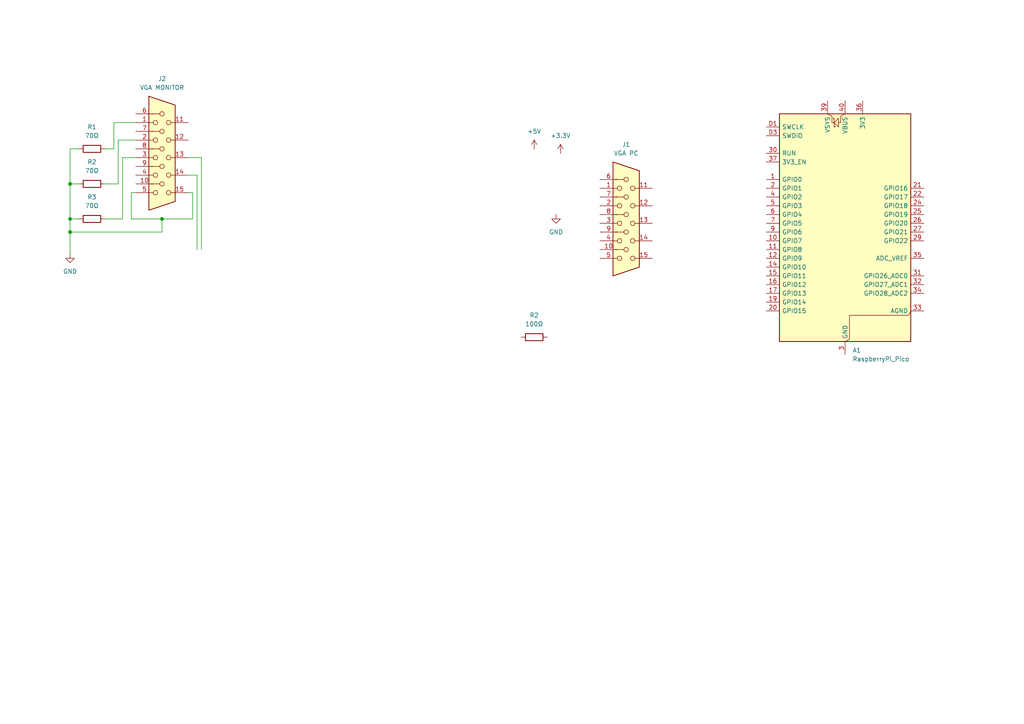
<source format=kicad_sch>
(kicad_sch
	(version 20250114)
	(generator "eeschema")
	(generator_version "9.0")
	(uuid "5e028027-b295-4796-84b6-228472a63feb")
	(paper "A4")
	(lib_symbols
		(symbol "Connector:DE15_Socket_HighDensity"
			(pin_names
				(offset 1.016)
				(hide yes)
			)
			(exclude_from_sim no)
			(in_bom yes)
			(on_board yes)
			(property "Reference" "J"
				(at 0 21.59 0)
				(effects
					(font
						(size 1.27 1.27)
					)
				)
			)
			(property "Value" "DE15_Socket_HighDensity"
				(at 0 19.05 0)
				(effects
					(font
						(size 1.27 1.27)
					)
				)
			)
			(property "Footprint" ""
				(at -24.13 10.16 0)
				(effects
					(font
						(size 1.27 1.27)
					)
					(hide yes)
				)
			)
			(property "Datasheet" "~"
				(at -24.13 10.16 0)
				(effects
					(font
						(size 1.27 1.27)
					)
					(hide yes)
				)
			)
			(property "Description" "15-pin D-SUB connector, socket (female), High density (3 columns), Triple Row, Generic, VGA-connector"
				(at 0 0 0)
				(effects
					(font
						(size 1.27 1.27)
					)
					(hide yes)
				)
			)
			(property "ki_keywords" "DSUB VGA"
				(at 0 0 0)
				(effects
					(font
						(size 1.27 1.27)
					)
					(hide yes)
				)
			)
			(property "ki_fp_filters" "DSUB*Socket*"
				(at 0 0 0)
				(effects
					(font
						(size 1.27 1.27)
					)
					(hide yes)
				)
			)
			(symbol "DE15_Socket_HighDensity_0_1"
				(polyline
					(pts
						(xy -3.81 17.78) (xy -3.81 -15.24) (xy 3.81 -12.7) (xy 3.81 15.24) (xy -3.81 17.78)
					)
					(stroke
						(width 0.254)
						(type default)
					)
					(fill
						(type background)
					)
				)
				(polyline
					(pts
						(xy -3.175 7.62) (xy -0.635 7.62)
					)
					(stroke
						(width 0)
						(type default)
					)
					(fill
						(type none)
					)
				)
				(circle
					(center -1.905 10.16)
					(radius 0.635)
					(stroke
						(width 0)
						(type default)
					)
					(fill
						(type none)
					)
				)
				(circle
					(center -1.905 5.08)
					(radius 0.635)
					(stroke
						(width 0)
						(type default)
					)
					(fill
						(type none)
					)
				)
				(circle
					(center -1.905 0)
					(radius 0.635)
					(stroke
						(width 0)
						(type default)
					)
					(fill
						(type none)
					)
				)
				(circle
					(center -1.905 -5.08)
					(radius 0.635)
					(stroke
						(width 0)
						(type default)
					)
					(fill
						(type none)
					)
				)
				(circle
					(center -1.905 -10.16)
					(radius 0.635)
					(stroke
						(width 0)
						(type default)
					)
					(fill
						(type none)
					)
				)
				(polyline
					(pts
						(xy -0.635 12.7) (xy -3.175 12.7)
					)
					(stroke
						(width 0)
						(type default)
					)
					(fill
						(type none)
					)
				)
				(polyline
					(pts
						(xy -0.635 2.54) (xy -3.175 2.54)
					)
					(stroke
						(width 0)
						(type default)
					)
					(fill
						(type none)
					)
				)
				(polyline
					(pts
						(xy -0.635 -2.54) (xy -3.175 -2.54)
					)
					(stroke
						(width 0)
						(type default)
					)
					(fill
						(type none)
					)
				)
				(polyline
					(pts
						(xy -0.635 -7.62) (xy -3.175 -7.62)
					)
					(stroke
						(width 0)
						(type default)
					)
					(fill
						(type none)
					)
				)
				(circle
					(center 0 12.7)
					(radius 0.635)
					(stroke
						(width 0)
						(type default)
					)
					(fill
						(type none)
					)
				)
				(circle
					(center 0 7.62)
					(radius 0.635)
					(stroke
						(width 0)
						(type default)
					)
					(fill
						(type none)
					)
				)
				(circle
					(center 0 2.54)
					(radius 0.635)
					(stroke
						(width 0)
						(type default)
					)
					(fill
						(type none)
					)
				)
				(circle
					(center 0 -2.54)
					(radius 0.635)
					(stroke
						(width 0)
						(type default)
					)
					(fill
						(type none)
					)
				)
				(circle
					(center 0 -7.62)
					(radius 0.635)
					(stroke
						(width 0)
						(type default)
					)
					(fill
						(type none)
					)
				)
				(circle
					(center 1.905 10.16)
					(radius 0.635)
					(stroke
						(width 0)
						(type default)
					)
					(fill
						(type none)
					)
				)
				(circle
					(center 1.905 5.08)
					(radius 0.635)
					(stroke
						(width 0)
						(type default)
					)
					(fill
						(type none)
					)
				)
				(circle
					(center 1.905 0)
					(radius 0.635)
					(stroke
						(width 0)
						(type default)
					)
					(fill
						(type none)
					)
				)
				(circle
					(center 1.905 -5.08)
					(radius 0.635)
					(stroke
						(width 0)
						(type default)
					)
					(fill
						(type none)
					)
				)
				(circle
					(center 1.905 -10.16)
					(radius 0.635)
					(stroke
						(width 0)
						(type default)
					)
					(fill
						(type none)
					)
				)
			)
			(symbol "DE15_Socket_HighDensity_1_1"
				(pin passive line
					(at -7.62 12.7 0)
					(length 5.08)
					(name "~"
						(effects
							(font
								(size 1.27 1.27)
							)
						)
					)
					(number "6"
						(effects
							(font
								(size 1.27 1.27)
							)
						)
					)
				)
				(pin passive line
					(at -7.62 10.16 0)
					(length 5.08)
					(name "~"
						(effects
							(font
								(size 1.27 1.27)
							)
						)
					)
					(number "1"
						(effects
							(font
								(size 1.27 1.27)
							)
						)
					)
				)
				(pin passive line
					(at -7.62 7.62 0)
					(length 5.08)
					(name "~"
						(effects
							(font
								(size 1.27 1.27)
							)
						)
					)
					(number "7"
						(effects
							(font
								(size 1.27 1.27)
							)
						)
					)
				)
				(pin passive line
					(at -7.62 5.08 0)
					(length 5.08)
					(name "~"
						(effects
							(font
								(size 1.27 1.27)
							)
						)
					)
					(number "2"
						(effects
							(font
								(size 1.27 1.27)
							)
						)
					)
				)
				(pin passive line
					(at -7.62 2.54 0)
					(length 5.08)
					(name "~"
						(effects
							(font
								(size 1.27 1.27)
							)
						)
					)
					(number "8"
						(effects
							(font
								(size 1.27 1.27)
							)
						)
					)
				)
				(pin passive line
					(at -7.62 0 0)
					(length 5.08)
					(name "~"
						(effects
							(font
								(size 1.27 1.27)
							)
						)
					)
					(number "3"
						(effects
							(font
								(size 1.27 1.27)
							)
						)
					)
				)
				(pin passive line
					(at -7.62 -2.54 0)
					(length 5.08)
					(name "~"
						(effects
							(font
								(size 1.27 1.27)
							)
						)
					)
					(number "9"
						(effects
							(font
								(size 1.27 1.27)
							)
						)
					)
				)
				(pin passive line
					(at -7.62 -5.08 0)
					(length 5.08)
					(name "~"
						(effects
							(font
								(size 1.27 1.27)
							)
						)
					)
					(number "4"
						(effects
							(font
								(size 1.27 1.27)
							)
						)
					)
				)
				(pin passive line
					(at -7.62 -7.62 0)
					(length 5.08)
					(name "~"
						(effects
							(font
								(size 1.27 1.27)
							)
						)
					)
					(number "10"
						(effects
							(font
								(size 1.27 1.27)
							)
						)
					)
				)
				(pin passive line
					(at -7.62 -10.16 0)
					(length 5.08)
					(name "~"
						(effects
							(font
								(size 1.27 1.27)
							)
						)
					)
					(number "5"
						(effects
							(font
								(size 1.27 1.27)
							)
						)
					)
				)
				(pin passive line
					(at 7.62 10.16 180)
					(length 5.08)
					(name "~"
						(effects
							(font
								(size 1.27 1.27)
							)
						)
					)
					(number "11"
						(effects
							(font
								(size 1.27 1.27)
							)
						)
					)
				)
				(pin passive line
					(at 7.62 5.08 180)
					(length 5.08)
					(name "~"
						(effects
							(font
								(size 1.27 1.27)
							)
						)
					)
					(number "12"
						(effects
							(font
								(size 1.27 1.27)
							)
						)
					)
				)
				(pin passive line
					(at 7.62 0 180)
					(length 5.08)
					(name "~"
						(effects
							(font
								(size 1.27 1.27)
							)
						)
					)
					(number "13"
						(effects
							(font
								(size 1.27 1.27)
							)
						)
					)
				)
				(pin passive line
					(at 7.62 -5.08 180)
					(length 5.08)
					(name "~"
						(effects
							(font
								(size 1.27 1.27)
							)
						)
					)
					(number "14"
						(effects
							(font
								(size 1.27 1.27)
							)
						)
					)
				)
				(pin passive line
					(at 7.62 -10.16 180)
					(length 5.08)
					(name "~"
						(effects
							(font
								(size 1.27 1.27)
							)
						)
					)
					(number "15"
						(effects
							(font
								(size 1.27 1.27)
							)
						)
					)
				)
			)
			(embedded_fonts no)
		)
		(symbol "Device:R"
			(pin_numbers
				(hide yes)
			)
			(pin_names
				(offset 0)
			)
			(exclude_from_sim no)
			(in_bom yes)
			(on_board yes)
			(property "Reference" "R"
				(at 2.032 0 90)
				(effects
					(font
						(size 1.27 1.27)
					)
				)
			)
			(property "Value" "R"
				(at 0 0 90)
				(effects
					(font
						(size 1.27 1.27)
					)
				)
			)
			(property "Footprint" ""
				(at -1.778 0 90)
				(effects
					(font
						(size 1.27 1.27)
					)
					(hide yes)
				)
			)
			(property "Datasheet" "~"
				(at 0 0 0)
				(effects
					(font
						(size 1.27 1.27)
					)
					(hide yes)
				)
			)
			(property "Description" "Resistor"
				(at 0 0 0)
				(effects
					(font
						(size 1.27 1.27)
					)
					(hide yes)
				)
			)
			(property "ki_keywords" "R res resistor"
				(at 0 0 0)
				(effects
					(font
						(size 1.27 1.27)
					)
					(hide yes)
				)
			)
			(property "ki_fp_filters" "R_*"
				(at 0 0 0)
				(effects
					(font
						(size 1.27 1.27)
					)
					(hide yes)
				)
			)
			(symbol "R_0_1"
				(rectangle
					(start -1.016 -2.54)
					(end 1.016 2.54)
					(stroke
						(width 0.254)
						(type default)
					)
					(fill
						(type none)
					)
				)
			)
			(symbol "R_1_1"
				(pin passive line
					(at 0 3.81 270)
					(length 1.27)
					(name "~"
						(effects
							(font
								(size 1.27 1.27)
							)
						)
					)
					(number "1"
						(effects
							(font
								(size 1.27 1.27)
							)
						)
					)
				)
				(pin passive line
					(at 0 -3.81 90)
					(length 1.27)
					(name "~"
						(effects
							(font
								(size 1.27 1.27)
							)
						)
					)
					(number "2"
						(effects
							(font
								(size 1.27 1.27)
							)
						)
					)
				)
			)
			(embedded_fonts no)
		)
		(symbol "MCU_Module:RaspberryPi_Pico_Debug"
			(pin_names
				(offset 0.762)
			)
			(exclude_from_sim no)
			(in_bom yes)
			(on_board yes)
			(property "Reference" "A"
				(at -19.05 35.56 0)
				(effects
					(font
						(size 1.27 1.27)
					)
					(justify left)
				)
			)
			(property "Value" "RaspberryPi_Pico"
				(at 7.62 35.56 0)
				(effects
					(font
						(size 1.27 1.27)
					)
					(justify left)
				)
			)
			(property "Footprint" "Module:RaspberryPi_Pico_SMD_HandSolder"
				(at 0 -46.99 0)
				(effects
					(font
						(size 1.27 1.27)
					)
					(hide yes)
				)
			)
			(property "Datasheet" "https://datasheets.raspberrypi.com/pico/pico-datasheet.pdf"
				(at 0 -49.53 0)
				(effects
					(font
						(size 1.27 1.27)
					)
					(hide yes)
				)
			)
			(property "Description" "Versatile and inexpensive microcontroller module (with debug pins) powered by RP2040 dual-core Arm Cortex-M0+ processor up to 133 MHz, 264kB SRAM, 2MB QSPI flash; also supports Raspberry Pi Pico 2"
				(at 0 -52.07 0)
				(effects
					(font
						(size 1.27 1.27)
					)
					(hide yes)
				)
			)
			(property "ki_keywords" "RP2350A M33 RISC-V Hazard3 usb swd"
				(at 0 0 0)
				(effects
					(font
						(size 1.27 1.27)
					)
					(hide yes)
				)
			)
			(property "ki_fp_filters" "RaspberryPi?Pico?SMD*"
				(at 0 0 0)
				(effects
					(font
						(size 1.27 1.27)
					)
					(hide yes)
				)
			)
			(symbol "RaspberryPi_Pico_Debug_0_1"
				(rectangle
					(start -19.05 34.29)
					(end 19.05 -31.75)
					(stroke
						(width 0.254)
						(type default)
					)
					(fill
						(type background)
					)
				)
				(polyline
					(pts
						(xy -5.08 34.29) (xy -3.81 33.655) (xy -3.81 31.75) (xy -3.175 31.75)
					)
					(stroke
						(width 0)
						(type default)
					)
					(fill
						(type none)
					)
				)
				(polyline
					(pts
						(xy -3.429 32.766) (xy -3.429 33.02) (xy -3.175 33.02) (xy -3.175 30.48) (xy -2.921 30.48) (xy -2.921 30.734)
					)
					(stroke
						(width 0)
						(type default)
					)
					(fill
						(type none)
					)
				)
				(polyline
					(pts
						(xy -3.175 31.75) (xy -1.905 33.02) (xy -1.905 30.48) (xy -3.175 31.75)
					)
					(stroke
						(width 0)
						(type default)
					)
					(fill
						(type none)
					)
				)
				(polyline
					(pts
						(xy 0 34.29) (xy -1.27 33.655) (xy -1.27 31.75) (xy -1.905 31.75)
					)
					(stroke
						(width 0)
						(type default)
					)
					(fill
						(type none)
					)
				)
				(polyline
					(pts
						(xy 0 -31.75) (xy 1.27 -31.115) (xy 1.27 -24.13) (xy 18.415 -24.13) (xy 19.05 -22.86)
					)
					(stroke
						(width 0)
						(type default)
					)
					(fill
						(type none)
					)
				)
			)
			(symbol "RaspberryPi_Pico_Debug_1_1"
				(pin input line
					(at -22.86 30.48 0)
					(length 3.81)
					(name "SWCLK"
						(effects
							(font
								(size 1.27 1.27)
							)
						)
					)
					(number "D1"
						(effects
							(font
								(size 1.27 1.27)
							)
						)
					)
				)
				(pin bidirectional line
					(at -22.86 27.94 0)
					(length 3.81)
					(name "SWDIO"
						(effects
							(font
								(size 1.27 1.27)
							)
						)
					)
					(number "D3"
						(effects
							(font
								(size 1.27 1.27)
							)
						)
					)
				)
				(pin passive line
					(at -22.86 22.86 0)
					(length 3.81)
					(name "RUN"
						(effects
							(font
								(size 1.27 1.27)
							)
						)
					)
					(number "30"
						(effects
							(font
								(size 1.27 1.27)
							)
						)
					)
					(alternate "~{RESET}" passive line)
				)
				(pin passive line
					(at -22.86 20.32 0)
					(length 3.81)
					(name "3V3_EN"
						(effects
							(font
								(size 1.27 1.27)
							)
						)
					)
					(number "37"
						(effects
							(font
								(size 1.27 1.27)
							)
						)
					)
					(alternate "~{3V3_DISABLE}" passive line)
				)
				(pin bidirectional line
					(at -22.86 15.24 0)
					(length 3.81)
					(name "GPIO0"
						(effects
							(font
								(size 1.27 1.27)
							)
						)
					)
					(number "1"
						(effects
							(font
								(size 1.27 1.27)
							)
						)
					)
					(alternate "I2C0_SDA" bidirectional line)
					(alternate "PWM0_A" output line)
					(alternate "SPI0_RX" input line)
					(alternate "UART0_TX" output line)
					(alternate "USB_OVCUR_DET" input line)
				)
				(pin bidirectional line
					(at -22.86 12.7 0)
					(length 3.81)
					(name "GPIO1"
						(effects
							(font
								(size 1.27 1.27)
							)
						)
					)
					(number "2"
						(effects
							(font
								(size 1.27 1.27)
							)
						)
					)
					(alternate "I2C0_SCL" bidirectional clock)
					(alternate "PWM0_B" bidirectional line)
					(alternate "UART0_RX" input line)
					(alternate "USB_VBUS_DET" passive line)
					(alternate "~{SPI0_CSn}" bidirectional line)
				)
				(pin bidirectional line
					(at -22.86 10.16 0)
					(length 3.81)
					(name "GPIO2"
						(effects
							(font
								(size 1.27 1.27)
							)
						)
					)
					(number "4"
						(effects
							(font
								(size 1.27 1.27)
							)
						)
					)
					(alternate "I2C1_SDA" bidirectional line)
					(alternate "PWM1_A" output line)
					(alternate "SPI0_SCK" bidirectional clock)
					(alternate "UART0_CTS" input line)
					(alternate "USB_VBUS_EN" output line)
				)
				(pin bidirectional line
					(at -22.86 7.62 0)
					(length 3.81)
					(name "GPIO3"
						(effects
							(font
								(size 1.27 1.27)
							)
						)
					)
					(number "5"
						(effects
							(font
								(size 1.27 1.27)
							)
						)
					)
					(alternate "I2C1_SCL" bidirectional clock)
					(alternate "PWM1_B" bidirectional line)
					(alternate "SPI0_TX" output line)
					(alternate "UART0_RTS" output line)
					(alternate "USB_OVCUR_DET" input line)
				)
				(pin bidirectional line
					(at -22.86 5.08 0)
					(length 3.81)
					(name "GPIO4"
						(effects
							(font
								(size 1.27 1.27)
							)
						)
					)
					(number "6"
						(effects
							(font
								(size 1.27 1.27)
							)
						)
					)
					(alternate "I2C0_SDA" bidirectional line)
					(alternate "PWM2_A" output line)
					(alternate "SPI0_RX" input line)
					(alternate "UART1_TX" output line)
					(alternate "USB_VBUS_DET" input line)
				)
				(pin bidirectional line
					(at -22.86 2.54 0)
					(length 3.81)
					(name "GPIO5"
						(effects
							(font
								(size 1.27 1.27)
							)
						)
					)
					(number "7"
						(effects
							(font
								(size 1.27 1.27)
							)
						)
					)
					(alternate "I2C0_SCL" bidirectional clock)
					(alternate "PWM2_B" bidirectional line)
					(alternate "UART1_RX" input line)
					(alternate "USB_VBUS_EN" output line)
					(alternate "~{SPI0_CSn}" bidirectional line)
				)
				(pin bidirectional line
					(at -22.86 0 0)
					(length 3.81)
					(name "GPIO6"
						(effects
							(font
								(size 1.27 1.27)
							)
						)
					)
					(number "9"
						(effects
							(font
								(size 1.27 1.27)
							)
						)
					)
					(alternate "I2C1_SDA" bidirectional line)
					(alternate "PWM3_A" output line)
					(alternate "SPI0_SCK" bidirectional clock)
					(alternate "UART1_CTS" input line)
					(alternate "USB_OVCUR_DET" input line)
				)
				(pin bidirectional line
					(at -22.86 -2.54 0)
					(length 3.81)
					(name "GPIO7"
						(effects
							(font
								(size 1.27 1.27)
							)
						)
					)
					(number "10"
						(effects
							(font
								(size 1.27 1.27)
							)
						)
					)
					(alternate "I2C1_SCL" bidirectional clock)
					(alternate "PWM3_B" bidirectional line)
					(alternate "SPI0_TX" output line)
					(alternate "UART1_RTS" output line)
					(alternate "USB_VBUS_DET" input line)
				)
				(pin bidirectional line
					(at -22.86 -5.08 0)
					(length 3.81)
					(name "GPIO8"
						(effects
							(font
								(size 1.27 1.27)
							)
						)
					)
					(number "11"
						(effects
							(font
								(size 1.27 1.27)
							)
						)
					)
					(alternate "I2C0_SDA" bidirectional line)
					(alternate "PWM4_A" output line)
					(alternate "SPI1_RX" input line)
					(alternate "UART1_TX" output line)
					(alternate "USB_VBUS_EN" output line)
				)
				(pin bidirectional line
					(at -22.86 -7.62 0)
					(length 3.81)
					(name "GPIO9"
						(effects
							(font
								(size 1.27 1.27)
							)
						)
					)
					(number "12"
						(effects
							(font
								(size 1.27 1.27)
							)
						)
					)
					(alternate "I2C0_SCL" bidirectional clock)
					(alternate "PWM4_B" bidirectional line)
					(alternate "UART1_RX" input line)
					(alternate "USB_OVCUR_DET" input line)
					(alternate "~{SPI1_CSn}" bidirectional line)
				)
				(pin bidirectional line
					(at -22.86 -10.16 0)
					(length 3.81)
					(name "GPIO10"
						(effects
							(font
								(size 1.27 1.27)
							)
						)
					)
					(number "14"
						(effects
							(font
								(size 1.27 1.27)
							)
						)
					)
					(alternate "I2C1_SDA" bidirectional line)
					(alternate "PWM5_A" output line)
					(alternate "SPI1_SCK" bidirectional clock)
					(alternate "UART1_CTS" input line)
					(alternate "USB_VBUS_DET" input line)
				)
				(pin bidirectional line
					(at -22.86 -12.7 0)
					(length 3.81)
					(name "GPIO11"
						(effects
							(font
								(size 1.27 1.27)
							)
						)
					)
					(number "15"
						(effects
							(font
								(size 1.27 1.27)
							)
						)
					)
					(alternate "I2C1_SCL" bidirectional clock)
					(alternate "PWM5_B" bidirectional line)
					(alternate "SPI1_TX" output line)
					(alternate "UART1_RTS" output line)
					(alternate "USB_VBUS_EN" output line)
				)
				(pin bidirectional line
					(at -22.86 -15.24 0)
					(length 3.81)
					(name "GPIO12"
						(effects
							(font
								(size 1.27 1.27)
							)
						)
					)
					(number "16"
						(effects
							(font
								(size 1.27 1.27)
							)
						)
					)
					(alternate "I2C0_SDA" bidirectional line)
					(alternate "PWM6_A" output line)
					(alternate "SPI1_RX" input line)
					(alternate "UART0_TX" output line)
					(alternate "USB_OVCUR_DET" input line)
				)
				(pin bidirectional line
					(at -22.86 -17.78 0)
					(length 3.81)
					(name "GPIO13"
						(effects
							(font
								(size 1.27 1.27)
							)
						)
					)
					(number "17"
						(effects
							(font
								(size 1.27 1.27)
							)
						)
					)
					(alternate "I2C0_SCL" bidirectional clock)
					(alternate "PWM6_B" bidirectional line)
					(alternate "UART0_RX" input line)
					(alternate "USB_VBUS_DET" input line)
					(alternate "~{SPI1_CSn}" bidirectional line)
				)
				(pin bidirectional line
					(at -22.86 -20.32 0)
					(length 3.81)
					(name "GPIO14"
						(effects
							(font
								(size 1.27 1.27)
							)
						)
					)
					(number "19"
						(effects
							(font
								(size 1.27 1.27)
							)
						)
					)
					(alternate "I2C1_SDA" bidirectional line)
					(alternate "PWM7_A" output line)
					(alternate "SPI1_SCK" bidirectional clock)
					(alternate "UART0_CTS" input line)
					(alternate "USB_VBUS_EN" output line)
				)
				(pin bidirectional line
					(at -22.86 -22.86 0)
					(length 3.81)
					(name "GPIO15"
						(effects
							(font
								(size 1.27 1.27)
							)
						)
					)
					(number "20"
						(effects
							(font
								(size 1.27 1.27)
							)
						)
					)
					(alternate "I2C1_SCL" bidirectional clock)
					(alternate "PWM7_B" bidirectional line)
					(alternate "SPI1_TX" output line)
					(alternate "UART0_RTS" output line)
					(alternate "USB_OVCUR_DET" input line)
				)
				(pin power_in line
					(at -5.08 38.1 270)
					(length 3.81)
					(name "VSYS"
						(effects
							(font
								(size 1.27 1.27)
							)
						)
					)
					(number "39"
						(effects
							(font
								(size 1.27 1.27)
							)
						)
					)
					(alternate "VSYS_OUT" power_out line)
				)
				(pin power_out line
					(at 0 38.1 270)
					(length 3.81)
					(name "VBUS"
						(effects
							(font
								(size 1.27 1.27)
							)
						)
					)
					(number "40"
						(effects
							(font
								(size 1.27 1.27)
							)
						)
					)
					(alternate "VBUS_IN" power_in line)
				)
				(pin passive line
					(at 0 -35.56 90)
					(length 3.81)
					(hide yes)
					(name "GND"
						(effects
							(font
								(size 1.27 1.27)
							)
						)
					)
					(number "13"
						(effects
							(font
								(size 1.27 1.27)
							)
						)
					)
				)
				(pin passive line
					(at 0 -35.56 90)
					(length 3.81)
					(hide yes)
					(name "GND"
						(effects
							(font
								(size 1.27 1.27)
							)
						)
					)
					(number "18"
						(effects
							(font
								(size 1.27 1.27)
							)
						)
					)
				)
				(pin passive line
					(at 0 -35.56 90)
					(length 3.81)
					(hide yes)
					(name "GND"
						(effects
							(font
								(size 1.27 1.27)
							)
						)
					)
					(number "23"
						(effects
							(font
								(size 1.27 1.27)
							)
						)
					)
				)
				(pin passive line
					(at 0 -35.56 90)
					(length 3.81)
					(hide yes)
					(name "GND"
						(effects
							(font
								(size 1.27 1.27)
							)
						)
					)
					(number "28"
						(effects
							(font
								(size 1.27 1.27)
							)
						)
					)
				)
				(pin power_out line
					(at 0 -35.56 90)
					(length 3.81)
					(name "GND"
						(effects
							(font
								(size 1.27 1.27)
							)
						)
					)
					(number "3"
						(effects
							(font
								(size 1.27 1.27)
							)
						)
					)
					(alternate "GND_IN" power_in line)
				)
				(pin passive line
					(at 0 -35.56 90)
					(length 3.81)
					(hide yes)
					(name "GND"
						(effects
							(font
								(size 1.27 1.27)
							)
						)
					)
					(number "38"
						(effects
							(font
								(size 1.27 1.27)
							)
						)
					)
				)
				(pin passive line
					(at 0 -35.56 90)
					(length 3.81)
					(hide yes)
					(name "GND"
						(effects
							(font
								(size 1.27 1.27)
							)
						)
					)
					(number "8"
						(effects
							(font
								(size 1.27 1.27)
							)
						)
					)
				)
				(pin passive line
					(at 0 -35.56 90)
					(length 3.81)
					(hide yes)
					(name "GND"
						(effects
							(font
								(size 1.27 1.27)
							)
						)
					)
					(number "D2"
						(effects
							(font
								(size 1.27 1.27)
							)
						)
					)
				)
				(pin power_out line
					(at 5.08 38.1 270)
					(length 3.81)
					(name "3V3"
						(effects
							(font
								(size 1.27 1.27)
							)
						)
					)
					(number "36"
						(effects
							(font
								(size 1.27 1.27)
							)
						)
					)
				)
				(pin bidirectional line
					(at 22.86 12.7 180)
					(length 3.81)
					(name "GPIO16"
						(effects
							(font
								(size 1.27 1.27)
							)
						)
					)
					(number "21"
						(effects
							(font
								(size 1.27 1.27)
							)
						)
					)
					(alternate "I2C0_SDA" bidirectional line)
					(alternate "PWM0_A" output line)
					(alternate "SPI0_RX" input line)
					(alternate "UART0_TX" output line)
					(alternate "USB_VBUS_DET" input line)
				)
				(pin bidirectional line
					(at 22.86 10.16 180)
					(length 3.81)
					(name "GPIO17"
						(effects
							(font
								(size 1.27 1.27)
							)
						)
					)
					(number "22"
						(effects
							(font
								(size 1.27 1.27)
							)
						)
					)
					(alternate "I2C0_SCL" bidirectional clock)
					(alternate "PWM0_B" bidirectional line)
					(alternate "UART0_RX" input line)
					(alternate "USB_VBUS_EN" output line)
					(alternate "~{SPI0_CSn}" bidirectional line)
				)
				(pin bidirectional line
					(at 22.86 7.62 180)
					(length 3.81)
					(name "GPIO18"
						(effects
							(font
								(size 1.27 1.27)
							)
						)
					)
					(number "24"
						(effects
							(font
								(size 1.27 1.27)
							)
						)
					)
					(alternate "I2C1_SDA" bidirectional line)
					(alternate "PWM1_A" output line)
					(alternate "SPI0_SCK" bidirectional clock)
					(alternate "UART0_CTS" input line)
					(alternate "USB_OVCUR_DET" input line)
				)
				(pin bidirectional line
					(at 22.86 5.08 180)
					(length 3.81)
					(name "GPIO19"
						(effects
							(font
								(size 1.27 1.27)
							)
						)
					)
					(number "25"
						(effects
							(font
								(size 1.27 1.27)
							)
						)
					)
					(alternate "I2C1_SCL" bidirectional clock)
					(alternate "PWM1_B" bidirectional line)
					(alternate "SPI0_TX" output line)
					(alternate "UART0_RTS" output line)
					(alternate "USB_VBUS_DET" input line)
				)
				(pin bidirectional line
					(at 22.86 2.54 180)
					(length 3.81)
					(name "GPIO20"
						(effects
							(font
								(size 1.27 1.27)
							)
						)
					)
					(number "26"
						(effects
							(font
								(size 1.27 1.27)
							)
						)
					)
					(alternate "CLOCK_GPIN0" input clock)
					(alternate "I2C0_SDA" bidirectional line)
					(alternate "PWM2_A" output line)
					(alternate "SPI0_RX" input line)
					(alternate "UART1_TX" output line)
					(alternate "USB_VBUS_EN" output line)
				)
				(pin bidirectional line
					(at 22.86 0 180)
					(length 3.81)
					(name "GPIO21"
						(effects
							(font
								(size 1.27 1.27)
							)
						)
					)
					(number "27"
						(effects
							(font
								(size 1.27 1.27)
							)
						)
					)
					(alternate "CLOCK_GPOUT0" output clock)
					(alternate "I2C0_SCL" bidirectional clock)
					(alternate "PWM2_B" bidirectional line)
					(alternate "UART1_RX" input line)
					(alternate "USB_OVCUR_DET" input line)
					(alternate "~{SPI0_CSn}" bidirectional line)
				)
				(pin bidirectional line
					(at 22.86 -2.54 180)
					(length 3.81)
					(name "GPIO22"
						(effects
							(font
								(size 1.27 1.27)
							)
						)
					)
					(number "29"
						(effects
							(font
								(size 1.27 1.27)
							)
						)
					)
					(alternate "CLOCK_GPIN1" input clock)
					(alternate "I2C1_SDA" bidirectional line)
					(alternate "PWM3_A" output line)
					(alternate "SPI0_SCK" bidirectional clock)
					(alternate "UART1_CTS" input line)
					(alternate "USB_VBUS_DET" input line)
				)
				(pin power_in line
					(at 22.86 -7.62 180)
					(length 3.81)
					(name "ADC_VREF"
						(effects
							(font
								(size 1.27 1.27)
							)
						)
					)
					(number "35"
						(effects
							(font
								(size 1.27 1.27)
							)
						)
					)
				)
				(pin bidirectional line
					(at 22.86 -12.7 180)
					(length 3.81)
					(name "GPIO26_ADC0"
						(effects
							(font
								(size 1.27 1.27)
							)
						)
					)
					(number "31"
						(effects
							(font
								(size 1.27 1.27)
							)
						)
					)
					(alternate "ADC0" input line)
					(alternate "GPIO26" bidirectional line)
					(alternate "I2C1_SDA" bidirectional line)
					(alternate "PWM5_A" output line)
					(alternate "SPI1_SCK" bidirectional clock)
					(alternate "UART1_CTS" input line)
					(alternate "USB_VBUS_EN" output line)
				)
				(pin bidirectional line
					(at 22.86 -15.24 180)
					(length 3.81)
					(name "GPIO27_ADC1"
						(effects
							(font
								(size 1.27 1.27)
							)
						)
					)
					(number "32"
						(effects
							(font
								(size 1.27 1.27)
							)
						)
					)
					(alternate "ADC1" input line)
					(alternate "GPIO27" bidirectional line)
					(alternate "I2C1_SCL" bidirectional clock)
					(alternate "PWM5_B" bidirectional line)
					(alternate "SPI1_TX" output line)
					(alternate "UART1_RTS" output line)
					(alternate "USB_OVCUR_DET" input line)
				)
				(pin bidirectional line
					(at 22.86 -17.78 180)
					(length 3.81)
					(name "GPIO28_ADC2"
						(effects
							(font
								(size 1.27 1.27)
							)
						)
					)
					(number "34"
						(effects
							(font
								(size 1.27 1.27)
							)
						)
					)
					(alternate "ADC2" input line)
					(alternate "GPIO28" bidirectional line)
					(alternate "I2C0_SDA" bidirectional line)
					(alternate "PWM6_A" output line)
					(alternate "SPI1_RX" input line)
					(alternate "UART0_TX" output line)
					(alternate "USB_VBUS_DET" input line)
				)
				(pin power_out line
					(at 22.86 -22.86 180)
					(length 3.81)
					(name "AGND"
						(effects
							(font
								(size 1.27 1.27)
							)
						)
					)
					(number "33"
						(effects
							(font
								(size 1.27 1.27)
							)
						)
					)
					(alternate "GND" passive line)
				)
			)
			(embedded_fonts no)
		)
		(symbol "power:+3.3V"
			(power)
			(pin_numbers
				(hide yes)
			)
			(pin_names
				(offset 0)
				(hide yes)
			)
			(exclude_from_sim no)
			(in_bom yes)
			(on_board yes)
			(property "Reference" "#PWR"
				(at 0 -3.81 0)
				(effects
					(font
						(size 1.27 1.27)
					)
					(hide yes)
				)
			)
			(property "Value" "+3.3V"
				(at 0 3.556 0)
				(effects
					(font
						(size 1.27 1.27)
					)
				)
			)
			(property "Footprint" ""
				(at 0 0 0)
				(effects
					(font
						(size 1.27 1.27)
					)
					(hide yes)
				)
			)
			(property "Datasheet" ""
				(at 0 0 0)
				(effects
					(font
						(size 1.27 1.27)
					)
					(hide yes)
				)
			)
			(property "Description" "Power symbol creates a global label with name \"+3.3V\""
				(at 0 0 0)
				(effects
					(font
						(size 1.27 1.27)
					)
					(hide yes)
				)
			)
			(property "ki_keywords" "global power"
				(at 0 0 0)
				(effects
					(font
						(size 1.27 1.27)
					)
					(hide yes)
				)
			)
			(symbol "+3.3V_0_1"
				(polyline
					(pts
						(xy -0.762 1.27) (xy 0 2.54)
					)
					(stroke
						(width 0)
						(type default)
					)
					(fill
						(type none)
					)
				)
				(polyline
					(pts
						(xy 0 2.54) (xy 0.762 1.27)
					)
					(stroke
						(width 0)
						(type default)
					)
					(fill
						(type none)
					)
				)
				(polyline
					(pts
						(xy 0 0) (xy 0 2.54)
					)
					(stroke
						(width 0)
						(type default)
					)
					(fill
						(type none)
					)
				)
			)
			(symbol "+3.3V_1_1"
				(pin power_in line
					(at 0 0 90)
					(length 0)
					(name "~"
						(effects
							(font
								(size 1.27 1.27)
							)
						)
					)
					(number "1"
						(effects
							(font
								(size 1.27 1.27)
							)
						)
					)
				)
			)
			(embedded_fonts no)
		)
		(symbol "power:+5V"
			(power)
			(pin_numbers
				(hide yes)
			)
			(pin_names
				(offset 0)
				(hide yes)
			)
			(exclude_from_sim no)
			(in_bom yes)
			(on_board yes)
			(property "Reference" "#PWR"
				(at 0 -3.81 0)
				(effects
					(font
						(size 1.27 1.27)
					)
					(hide yes)
				)
			)
			(property "Value" "+5V"
				(at 0 3.556 0)
				(effects
					(font
						(size 1.27 1.27)
					)
				)
			)
			(property "Footprint" ""
				(at 0 0 0)
				(effects
					(font
						(size 1.27 1.27)
					)
					(hide yes)
				)
			)
			(property "Datasheet" ""
				(at 0 0 0)
				(effects
					(font
						(size 1.27 1.27)
					)
					(hide yes)
				)
			)
			(property "Description" "Power symbol creates a global label with name \"+5V\""
				(at 0 0 0)
				(effects
					(font
						(size 1.27 1.27)
					)
					(hide yes)
				)
			)
			(property "ki_keywords" "global power"
				(at 0 0 0)
				(effects
					(font
						(size 1.27 1.27)
					)
					(hide yes)
				)
			)
			(symbol "+5V_0_1"
				(polyline
					(pts
						(xy -0.762 1.27) (xy 0 2.54)
					)
					(stroke
						(width 0)
						(type default)
					)
					(fill
						(type none)
					)
				)
				(polyline
					(pts
						(xy 0 2.54) (xy 0.762 1.27)
					)
					(stroke
						(width 0)
						(type default)
					)
					(fill
						(type none)
					)
				)
				(polyline
					(pts
						(xy 0 0) (xy 0 2.54)
					)
					(stroke
						(width 0)
						(type default)
					)
					(fill
						(type none)
					)
				)
			)
			(symbol "+5V_1_1"
				(pin power_in line
					(at 0 0 90)
					(length 0)
					(name "~"
						(effects
							(font
								(size 1.27 1.27)
							)
						)
					)
					(number "1"
						(effects
							(font
								(size 1.27 1.27)
							)
						)
					)
				)
			)
			(embedded_fonts no)
		)
		(symbol "power:GND"
			(power)
			(pin_numbers
				(hide yes)
			)
			(pin_names
				(offset 0)
				(hide yes)
			)
			(exclude_from_sim no)
			(in_bom yes)
			(on_board yes)
			(property "Reference" "#PWR"
				(at 0 -6.35 0)
				(effects
					(font
						(size 1.27 1.27)
					)
					(hide yes)
				)
			)
			(property "Value" "GND"
				(at 0 -3.81 0)
				(effects
					(font
						(size 1.27 1.27)
					)
				)
			)
			(property "Footprint" ""
				(at 0 0 0)
				(effects
					(font
						(size 1.27 1.27)
					)
					(hide yes)
				)
			)
			(property "Datasheet" ""
				(at 0 0 0)
				(effects
					(font
						(size 1.27 1.27)
					)
					(hide yes)
				)
			)
			(property "Description" "Power symbol creates a global label with name \"GND\" , ground"
				(at 0 0 0)
				(effects
					(font
						(size 1.27 1.27)
					)
					(hide yes)
				)
			)
			(property "ki_keywords" "global power"
				(at 0 0 0)
				(effects
					(font
						(size 1.27 1.27)
					)
					(hide yes)
				)
			)
			(symbol "GND_0_1"
				(polyline
					(pts
						(xy 0 0) (xy 0 -1.27) (xy 1.27 -1.27) (xy 0 -2.54) (xy -1.27 -1.27) (xy 0 -1.27)
					)
					(stroke
						(width 0)
						(type default)
					)
					(fill
						(type none)
					)
				)
			)
			(symbol "GND_1_1"
				(pin power_in line
					(at 0 0 270)
					(length 0)
					(name "~"
						(effects
							(font
								(size 1.27 1.27)
							)
						)
					)
					(number "1"
						(effects
							(font
								(size 1.27 1.27)
							)
						)
					)
				)
			)
			(embedded_fonts no)
		)
	)
	(junction
		(at 20.32 53.34)
		(diameter 0)
		(color 0 0 0 0)
		(uuid "02eb140c-715e-4e6d-a7c3-aada9fce36c5")
	)
	(junction
		(at 20.32 63.5)
		(diameter 0)
		(color 0 0 0 0)
		(uuid "5ee455dc-1fea-4e3e-80af-36ad759e70a4")
	)
	(junction
		(at 46.99 63.5)
		(diameter 0)
		(color 0 0 0 0)
		(uuid "882fa3e5-e816-41fa-87fd-b2c9f859fbec")
	)
	(junction
		(at 20.32 67.31)
		(diameter 0)
		(color 0 0 0 0)
		(uuid "d111493e-3e61-4d5b-a864-646ae19599fc")
	)
	(wire
		(pts
			(xy 34.29 40.64) (xy 34.29 53.34)
		)
		(stroke
			(width 0)
			(type default)
		)
		(uuid "00a85d5c-75c9-42cc-b010-c1e66494b6b0")
	)
	(wire
		(pts
			(xy 54.61 45.72) (xy 58.42 45.72)
		)
		(stroke
			(width 0)
			(type default)
		)
		(uuid "1c2ed574-ceb8-40f8-981e-469a424fbb53")
	)
	(wire
		(pts
			(xy 35.56 63.5) (xy 35.56 45.72)
		)
		(stroke
			(width 0)
			(type default)
		)
		(uuid "30f5961f-fa15-4dbf-b1bd-b99bf868d905")
	)
	(wire
		(pts
			(xy 35.56 45.72) (xy 39.37 45.72)
		)
		(stroke
			(width 0)
			(type default)
		)
		(uuid "4084e759-1df2-433f-ba9f-ea4928b9c5f8")
	)
	(wire
		(pts
			(xy 33.02 35.56) (xy 39.37 35.56)
		)
		(stroke
			(width 0)
			(type default)
		)
		(uuid "415a833a-fe52-4b09-8e21-981a7c631af3")
	)
	(wire
		(pts
			(xy 30.48 63.5) (xy 35.56 63.5)
		)
		(stroke
			(width 0)
			(type default)
		)
		(uuid "45b606c6-1e6a-4376-aa53-730e379b69b9")
	)
	(wire
		(pts
			(xy 20.32 43.18) (xy 22.86 43.18)
		)
		(stroke
			(width 0)
			(type default)
		)
		(uuid "4e4a74ad-ce77-4adc-9aa6-d4b3a1bd9eca")
	)
	(wire
		(pts
			(xy 20.32 67.31) (xy 20.32 63.5)
		)
		(stroke
			(width 0)
			(type default)
		)
		(uuid "4ecf3bf5-dbee-46e6-a378-16539f185c04")
	)
	(wire
		(pts
			(xy 33.02 43.18) (xy 33.02 35.56)
		)
		(stroke
			(width 0)
			(type default)
		)
		(uuid "51279713-2615-4b6c-8be4-4cee36aa9aa7")
	)
	(wire
		(pts
			(xy 58.42 45.72) (xy 58.42 72.39)
		)
		(stroke
			(width 0)
			(type default)
		)
		(uuid "58d77c9d-528f-4455-9aa3-9d650fa7f09d")
	)
	(wire
		(pts
			(xy 20.32 63.5) (xy 22.86 63.5)
		)
		(stroke
			(width 0)
			(type default)
		)
		(uuid "670ef705-55b1-4802-b345-14268abbe821")
	)
	(wire
		(pts
			(xy 38.1 55.88) (xy 38.1 63.5)
		)
		(stroke
			(width 0)
			(type default)
		)
		(uuid "77d3e556-471d-4b52-830c-a160d6423490")
	)
	(wire
		(pts
			(xy 20.32 73.66) (xy 20.32 67.31)
		)
		(stroke
			(width 0)
			(type default)
		)
		(uuid "7e2b85c3-dc76-4250-bb1d-5b22f3b09af0")
	)
	(wire
		(pts
			(xy 55.88 63.5) (xy 55.88 55.88)
		)
		(stroke
			(width 0)
			(type default)
		)
		(uuid "7ebffcae-841b-4288-a06b-1a37cd19e1c2")
	)
	(wire
		(pts
			(xy 20.32 53.34) (xy 22.86 53.34)
		)
		(stroke
			(width 0)
			(type default)
		)
		(uuid "84a01cbb-f86e-4e6b-8bcc-501605747322")
	)
	(wire
		(pts
			(xy 30.48 43.18) (xy 33.02 43.18)
		)
		(stroke
			(width 0)
			(type default)
		)
		(uuid "894b35b8-2570-4a82-8341-33259e599292")
	)
	(wire
		(pts
			(xy 39.37 55.88) (xy 38.1 55.88)
		)
		(stroke
			(width 0)
			(type default)
		)
		(uuid "8e0b3c33-26f5-4a45-97c8-b7300f8a7ab1")
	)
	(wire
		(pts
			(xy 46.99 67.31) (xy 46.99 63.5)
		)
		(stroke
			(width 0)
			(type default)
		)
		(uuid "92c567ec-1f26-47e0-9547-b82c68a3c8f6")
	)
	(wire
		(pts
			(xy 54.61 50.8) (xy 57.15 50.8)
		)
		(stroke
			(width 0)
			(type default)
		)
		(uuid "97cae685-b42e-4af5-98f3-af2c0dcff337")
	)
	(wire
		(pts
			(xy 57.15 50.8) (xy 57.15 72.39)
		)
		(stroke
			(width 0)
			(type default)
		)
		(uuid "a99a2d45-d597-48ac-8649-197cb1687dc0")
	)
	(wire
		(pts
			(xy 46.99 63.5) (xy 55.88 63.5)
		)
		(stroke
			(width 0)
			(type default)
		)
		(uuid "b6813bcc-6c0c-4f93-8695-2734f3706eaf")
	)
	(wire
		(pts
			(xy 34.29 40.64) (xy 39.37 40.64)
		)
		(stroke
			(width 0)
			(type default)
		)
		(uuid "c184a636-2ca8-4018-a8c2-8efbe83e6825")
	)
	(wire
		(pts
			(xy 20.32 63.5) (xy 20.32 53.34)
		)
		(stroke
			(width 0)
			(type default)
		)
		(uuid "c7a9bce1-3587-430c-8db8-ebef645bdd98")
	)
	(wire
		(pts
			(xy 55.88 55.88) (xy 54.61 55.88)
		)
		(stroke
			(width 0)
			(type default)
		)
		(uuid "c82297ba-0071-4c35-983f-ad05bfd05c79")
	)
	(wire
		(pts
			(xy 30.48 53.34) (xy 34.29 53.34)
		)
		(stroke
			(width 0)
			(type default)
		)
		(uuid "c94a5dac-1aca-4101-a58c-e3573ff7d875")
	)
	(wire
		(pts
			(xy 46.99 67.31) (xy 20.32 67.31)
		)
		(stroke
			(width 0)
			(type default)
		)
		(uuid "d8dbc42a-9aaf-41f8-bf4f-1970b0c229cd")
	)
	(wire
		(pts
			(xy 20.32 53.34) (xy 20.32 43.18)
		)
		(stroke
			(width 0)
			(type default)
		)
		(uuid "dce13a85-f345-476f-bb94-c5b9ecc4564e")
	)
	(wire
		(pts
			(xy 38.1 63.5) (xy 46.99 63.5)
		)
		(stroke
			(width 0)
			(type default)
		)
		(uuid "e2b05711-5122-41f6-bb00-9d70260b1863")
	)
	(symbol
		(lib_id "Connector:DE15_Socket_HighDensity")
		(at 181.61 64.77 0)
		(unit 1)
		(exclude_from_sim no)
		(in_bom yes)
		(on_board yes)
		(dnp no)
		(fields_autoplaced yes)
		(uuid "05d91092-0e40-4296-9157-5208ca3b807a")
		(property "Reference" "J1"
			(at 181.61 41.91 0)
			(effects
				(font
					(size 1.27 1.27)
				)
			)
		)
		(property "Value" "VGA PC"
			(at 181.61 44.45 0)
			(effects
				(font
					(size 1.27 1.27)
				)
			)
		)
		(property "Footprint" ""
			(at 157.48 54.61 0)
			(effects
				(font
					(size 1.27 1.27)
				)
				(hide yes)
			)
		)
		(property "Datasheet" "~"
			(at 157.48 54.61 0)
			(effects
				(font
					(size 1.27 1.27)
				)
				(hide yes)
			)
		)
		(property "Description" "15-pin D-SUB connector, socket (female), High density (3 columns), Triple Row, Generic, VGA-connector"
			(at 181.61 64.77 0)
			(effects
				(font
					(size 1.27 1.27)
				)
				(hide yes)
			)
		)
		(pin "12"
			(uuid "9227d887-70d0-4dc8-80f1-792b9c388cad")
		)
		(pin "5"
			(uuid "6cc12ecf-f3c2-454b-948e-689b1e75a27e")
		)
		(pin "14"
			(uuid "1ae0acca-571d-4c52-a032-6fc50d2a73fd")
		)
		(pin "15"
			(uuid "30713053-900e-47ac-a3a2-7aba44029f8c")
		)
		(pin "11"
			(uuid "ad57896f-5260-4011-9166-83bffbad8b4c")
		)
		(pin "8"
			(uuid "3d407452-33dc-46f1-be88-ff2600d61bff")
		)
		(pin "1"
			(uuid "1d2a72ed-7d17-429d-b409-2c4b7c3d9d29")
		)
		(pin "13"
			(uuid "aa0a3a1c-9e90-4e47-a8af-a71ba74b16c1")
		)
		(pin "7"
			(uuid "4c051679-8c39-4c74-8912-f67d03ca40b2")
		)
		(pin "3"
			(uuid "d76316d5-5911-48a8-996e-6539ff11101e")
		)
		(pin "9"
			(uuid "71beb483-2bfc-4385-ab89-fc4c6ceb6464")
		)
		(pin "10"
			(uuid "8b12892c-8ab7-454a-92b8-ed844e6c351c")
		)
		(pin "2"
			(uuid "5b85f505-08b5-4b74-bb68-14f144b7ed43")
		)
		(pin "4"
			(uuid "138b72dc-3503-466c-8795-018209d1067c")
		)
		(pin "6"
			(uuid "90194147-8e11-4922-ace3-1337765ea948")
		)
		(instances
			(project ""
				(path "/5e028027-b295-4796-84b6-228472a63feb"
					(reference "J1")
					(unit 1)
				)
			)
		)
	)
	(symbol
		(lib_id "power:GND")
		(at 161.29 62.23 0)
		(unit 1)
		(exclude_from_sim no)
		(in_bom yes)
		(on_board yes)
		(dnp no)
		(fields_autoplaced yes)
		(uuid "256c09c0-2ea4-4f34-aac0-775c764afee0")
		(property "Reference" "#PWR04"
			(at 161.29 68.58 0)
			(effects
				(font
					(size 1.27 1.27)
				)
				(hide yes)
			)
		)
		(property "Value" "GND"
			(at 161.29 67.31 0)
			(effects
				(font
					(size 1.27 1.27)
				)
			)
		)
		(property "Footprint" ""
			(at 161.29 62.23 0)
			(effects
				(font
					(size 1.27 1.27)
				)
				(hide yes)
			)
		)
		(property "Datasheet" ""
			(at 161.29 62.23 0)
			(effects
				(font
					(size 1.27 1.27)
				)
				(hide yes)
			)
		)
		(property "Description" "Power symbol creates a global label with name \"GND\" , ground"
			(at 161.29 62.23 0)
			(effects
				(font
					(size 1.27 1.27)
				)
				(hide yes)
			)
		)
		(pin "1"
			(uuid "53bdbb22-3f49-4ab2-b9f5-77a9b9910b2f")
		)
		(instances
			(project "gpu"
				(path "/5e028027-b295-4796-84b6-228472a63feb"
					(reference "#PWR04")
					(unit 1)
				)
			)
		)
	)
	(symbol
		(lib_id "power:+3.3V")
		(at 162.56 44.45 0)
		(unit 1)
		(exclude_from_sim no)
		(in_bom yes)
		(on_board yes)
		(dnp no)
		(fields_autoplaced yes)
		(uuid "43ef4dde-6bd0-4855-a305-8c8bc4a03b69")
		(property "Reference" "#PWR01"
			(at 162.56 48.26 0)
			(effects
				(font
					(size 1.27 1.27)
				)
				(hide yes)
			)
		)
		(property "Value" "+3.3V"
			(at 162.56 39.37 0)
			(effects
				(font
					(size 1.27 1.27)
				)
			)
		)
		(property "Footprint" ""
			(at 162.56 44.45 0)
			(effects
				(font
					(size 1.27 1.27)
				)
				(hide yes)
			)
		)
		(property "Datasheet" ""
			(at 162.56 44.45 0)
			(effects
				(font
					(size 1.27 1.27)
				)
				(hide yes)
			)
		)
		(property "Description" "Power symbol creates a global label with name \"+3.3V\""
			(at 162.56 44.45 0)
			(effects
				(font
					(size 1.27 1.27)
				)
				(hide yes)
			)
		)
		(pin "1"
			(uuid "cd755fd2-7ff6-4aaf-b8aa-8efe49884fa1")
		)
		(instances
			(project ""
				(path "/5e028027-b295-4796-84b6-228472a63feb"
					(reference "#PWR01")
					(unit 1)
				)
			)
		)
	)
	(symbol
		(lib_id "Device:R")
		(at 26.67 43.18 90)
		(unit 1)
		(exclude_from_sim no)
		(in_bom yes)
		(on_board yes)
		(dnp no)
		(uuid "68315139-189d-4813-8586-8f6c02b8fcc4")
		(property "Reference" "R1"
			(at 26.67 36.83 90)
			(effects
				(font
					(size 1.27 1.27)
				)
			)
		)
		(property "Value" "70Ω"
			(at 26.67 39.37 90)
			(effects
				(font
					(size 1.27 1.27)
				)
			)
		)
		(property "Footprint" ""
			(at 26.67 44.958 90)
			(effects
				(font
					(size 1.27 1.27)
				)
				(hide yes)
			)
		)
		(property "Datasheet" "~"
			(at 26.67 43.18 0)
			(effects
				(font
					(size 1.27 1.27)
				)
				(hide yes)
			)
		)
		(property "Description" "Resistor"
			(at 26.67 43.18 0)
			(effects
				(font
					(size 1.27 1.27)
				)
				(hide yes)
			)
		)
		(pin "1"
			(uuid "f426251f-fd41-4077-b370-6c5662eaa290")
		)
		(pin "2"
			(uuid "2f960f0c-5f94-40c2-9357-1d7e0f903d64")
		)
		(instances
			(project ""
				(path "/5e028027-b295-4796-84b6-228472a63feb"
					(reference "R1")
					(unit 1)
				)
			)
		)
	)
	(symbol
		(lib_id "MCU_Module:RaspberryPi_Pico_Debug")
		(at 245.11 67.31 0)
		(unit 1)
		(exclude_from_sim no)
		(in_bom yes)
		(on_board yes)
		(dnp no)
		(fields_autoplaced yes)
		(uuid "924a4251-f3c7-4d72-8115-0c8b5e046bb4")
		(property "Reference" "A1"
			(at 247.2533 101.6 0)
			(effects
				(font
					(size 1.27 1.27)
				)
				(justify left)
			)
		)
		(property "Value" "RaspberryPi_Pico"
			(at 247.2533 104.14 0)
			(effects
				(font
					(size 1.27 1.27)
				)
				(justify left)
			)
		)
		(property "Footprint" "Module:RaspberryPi_Pico_SMD_HandSolder"
			(at 245.11 114.3 0)
			(effects
				(font
					(size 1.27 1.27)
				)
				(hide yes)
			)
		)
		(property "Datasheet" "https://datasheets.raspberrypi.com/pico/pico-datasheet.pdf"
			(at 245.11 116.84 0)
			(effects
				(font
					(size 1.27 1.27)
				)
				(hide yes)
			)
		)
		(property "Description" "Versatile and inexpensive microcontroller module (with debug pins) powered by RP2040 dual-core Arm Cortex-M0+ processor up to 133 MHz, 264kB SRAM, 2MB QSPI flash; also supports Raspberry Pi Pico 2"
			(at 245.11 119.38 0)
			(effects
				(font
					(size 1.27 1.27)
				)
				(hide yes)
			)
		)
		(pin "40"
			(uuid "4d842976-842d-4b0a-a6c2-fe371184dcb7")
		)
		(pin "23"
			(uuid "538ee0ef-133e-4627-8a00-88f7a3c84920")
		)
		(pin "20"
			(uuid "4f31cf61-d449-44e1-9d05-4b9dff06da32")
		)
		(pin "39"
			(uuid "0cfef45b-dfeb-4db6-92fc-f0ddd3d15994")
		)
		(pin "13"
			(uuid "b1d69d4e-f0ea-4966-87a7-08616bad5db5")
		)
		(pin "18"
			(uuid "10292a10-8287-41c7-81d7-d5fa2916bbd2")
		)
		(pin "28"
			(uuid "77bb3259-35ff-41e6-9e32-4320c4c2d511")
		)
		(pin "3"
			(uuid "c0afff26-e1a6-4581-8e2c-e332515ba395")
		)
		(pin "38"
			(uuid "a777cc77-6dce-4264-8135-a36ebfff8601")
		)
		(pin "8"
			(uuid "162739e6-05a6-4b9e-bd97-eca5d266cfde")
		)
		(pin "D2"
			(uuid "6f71ecaa-273e-4fbd-9b7f-dc7da15d425e")
		)
		(pin "36"
			(uuid "00ac926f-5329-40e2-8d65-b8d189aa1c45")
		)
		(pin "21"
			(uuid "1b70bac6-b498-4d4d-97ad-1d4419b634b2")
		)
		(pin "11"
			(uuid "9dbb8114-0a13-4a8b-9ca3-ff630504659d")
		)
		(pin "D3"
			(uuid "aba54bf1-6ef2-425b-b254-44ecddc192b5")
		)
		(pin "37"
			(uuid "fa903488-206c-412a-b1d9-187852ab1305")
		)
		(pin "4"
			(uuid "8686726f-725f-4681-b731-12ec694cad58")
		)
		(pin "5"
			(uuid "4fc769f3-a2ad-409b-afdc-3ecf72acee50")
		)
		(pin "12"
			(uuid "09076ab3-7ce3-49c5-9a55-1966e2194b97")
		)
		(pin "2"
			(uuid "92c579e9-aff1-4313-a166-7cd1be794216")
		)
		(pin "7"
			(uuid "36221b63-69ee-458c-8ba2-328ea2e97500")
		)
		(pin "D1"
			(uuid "02b1634e-cb64-49a2-a713-cc01903b474a")
		)
		(pin "9"
			(uuid "f6f0ff13-51d3-4b68-bd57-7477babbc1ea")
		)
		(pin "14"
			(uuid "c3914832-c4b7-47b5-a0ad-78b230e793b5")
		)
		(pin "16"
			(uuid "2b1a778a-006d-4559-87d5-2465d1b729f4")
		)
		(pin "17"
			(uuid "5961c007-e685-4f22-ab5b-ed27a5e3297c")
		)
		(pin "10"
			(uuid "8d6667d6-5657-45a8-ac2f-f5a592aabca2")
		)
		(pin "15"
			(uuid "5eb893a4-de23-4671-9ede-8372b3b236dc")
		)
		(pin "19"
			(uuid "7a05783c-199d-4e2f-9ef4-bbfd021ebc3e")
		)
		(pin "30"
			(uuid "f7413f98-ffda-45aa-90ae-d67031ebfb3a")
		)
		(pin "1"
			(uuid "ce8a654b-7a72-4fd9-a884-779e31b737b0")
		)
		(pin "6"
			(uuid "617a6514-26b9-45ed-9d04-631c53f5a934")
		)
		(pin "31"
			(uuid "5729c631-cc16-4f7e-a91d-0af74f4dc648")
		)
		(pin "26"
			(uuid "242c89b7-4035-4428-8197-a4d408460bc3")
		)
		(pin "33"
			(uuid "3142dc7f-b6ce-49e8-91c6-b508b7556b01")
		)
		(pin "25"
			(uuid "4d1d8520-88e4-4f95-93e8-731f495637c4")
		)
		(pin "22"
			(uuid "140182d4-a4aa-40e6-9afc-7e3c436a09e7")
		)
		(pin "27"
			(uuid "7603a30e-3ff6-45d6-811e-652fe0ac2868")
		)
		(pin "24"
			(uuid "f3271f09-cec1-4dfb-8550-7918f5e4ff3c")
		)
		(pin "35"
			(uuid "d19a2507-5398-4c0c-9354-c36750476e50")
		)
		(pin "32"
			(uuid "7ebce479-de28-49d4-8b54-90f331a4800c")
		)
		(pin "34"
			(uuid "1e13b0e1-80e5-45ad-86d2-8763e6446958")
		)
		(pin "29"
			(uuid "e9622c18-67df-4077-9367-261c75152d98")
		)
		(instances
			(project ""
				(path "/5e028027-b295-4796-84b6-228472a63feb"
					(reference "A1")
					(unit 1)
				)
			)
		)
	)
	(symbol
		(lib_id "Connector:DE15_Socket_HighDensity")
		(at 46.99 45.72 0)
		(unit 1)
		(exclude_from_sim no)
		(in_bom yes)
		(on_board yes)
		(dnp no)
		(fields_autoplaced yes)
		(uuid "9fb191e8-0703-4771-8856-d14ef6e43893")
		(property "Reference" "J2"
			(at 46.99 22.86 0)
			(effects
				(font
					(size 1.27 1.27)
				)
			)
		)
		(property "Value" "VGA MONITOR"
			(at 46.99 25.4 0)
			(effects
				(font
					(size 1.27 1.27)
				)
			)
		)
		(property "Footprint" ""
			(at 22.86 35.56 0)
			(effects
				(font
					(size 1.27 1.27)
				)
				(hide yes)
			)
		)
		(property "Datasheet" "~"
			(at 22.86 35.56 0)
			(effects
				(font
					(size 1.27 1.27)
				)
				(hide yes)
			)
		)
		(property "Description" "15-pin D-SUB connector, socket (female), High density (3 columns), Triple Row, Generic, VGA-connector"
			(at 46.99 45.72 0)
			(effects
				(font
					(size 1.27 1.27)
				)
				(hide yes)
			)
		)
		(pin "12"
			(uuid "c1938f7d-5ae7-4830-8541-315dd672ea56")
		)
		(pin "5"
			(uuid "ecec1b3a-b679-4c27-b784-89b59f8fa908")
		)
		(pin "14"
			(uuid "032b012b-0af3-4a7d-90be-85f8f9155f53")
		)
		(pin "15"
			(uuid "2872b11f-c0fb-46c1-be68-040608aa9bc9")
		)
		(pin "11"
			(uuid "2a90fead-caab-4579-ab00-e99f969668e3")
		)
		(pin "8"
			(uuid "ec928759-f465-4188-8bc4-5ddf6c2484e1")
		)
		(pin "1"
			(uuid "f91f2b9d-c323-4590-9684-3c267490799d")
		)
		(pin "13"
			(uuid "bbb55491-4515-4aef-8dca-a991f6dbf463")
		)
		(pin "7"
			(uuid "de50de3f-e638-49b6-91c7-4ef0527dc600")
		)
		(pin "3"
			(uuid "550c771b-07ff-4df0-bd06-aaae09940bd7")
		)
		(pin "9"
			(uuid "df7c2b5b-f990-4c30-a8cb-e6ab3ea0de70")
		)
		(pin "10"
			(uuid "8c5cf1c7-d5f1-4983-81fc-3c6334d1dfe5")
		)
		(pin "2"
			(uuid "d1adc731-75e3-4979-96e0-c41503e2507b")
		)
		(pin "4"
			(uuid "d02b7015-44fd-4ac0-afec-ae904df81cb1")
		)
		(pin "6"
			(uuid "7d5053bd-d7e8-46d5-8998-fda2ef89acdb")
		)
		(instances
			(project "gpu"
				(path "/5e028027-b295-4796-84b6-228472a63feb"
					(reference "J2")
					(unit 1)
				)
			)
		)
	)
	(symbol
		(lib_id "power:+5V")
		(at 154.94 43.18 0)
		(unit 1)
		(exclude_from_sim no)
		(in_bom yes)
		(on_board yes)
		(dnp no)
		(fields_autoplaced yes)
		(uuid "acc6a503-2de6-490b-822e-1277b2ace213")
		(property "Reference" "#PWR02"
			(at 154.94 46.99 0)
			(effects
				(font
					(size 1.27 1.27)
				)
				(hide yes)
			)
		)
		(property "Value" "+5V"
			(at 154.94 38.1 0)
			(effects
				(font
					(size 1.27 1.27)
				)
			)
		)
		(property "Footprint" ""
			(at 154.94 43.18 0)
			(effects
				(font
					(size 1.27 1.27)
				)
				(hide yes)
			)
		)
		(property "Datasheet" ""
			(at 154.94 43.18 0)
			(effects
				(font
					(size 1.27 1.27)
				)
				(hide yes)
			)
		)
		(property "Description" "Power symbol creates a global label with name \"+5V\""
			(at 154.94 43.18 0)
			(effects
				(font
					(size 1.27 1.27)
				)
				(hide yes)
			)
		)
		(pin "1"
			(uuid "7a3a5ec2-7162-4843-a728-132b39bba055")
		)
		(instances
			(project ""
				(path "/5e028027-b295-4796-84b6-228472a63feb"
					(reference "#PWR02")
					(unit 1)
				)
			)
		)
	)
	(symbol
		(lib_id "Device:R")
		(at 26.67 53.34 90)
		(unit 1)
		(exclude_from_sim no)
		(in_bom yes)
		(on_board yes)
		(dnp no)
		(uuid "d8e40736-270f-45cc-bca5-a5a1e55f0e70")
		(property "Reference" "R2"
			(at 26.67 46.99 90)
			(effects
				(font
					(size 1.27 1.27)
				)
			)
		)
		(property "Value" "70Ω"
			(at 26.67 49.53 90)
			(effects
				(font
					(size 1.27 1.27)
				)
			)
		)
		(property "Footprint" ""
			(at 26.67 55.118 90)
			(effects
				(font
					(size 1.27 1.27)
				)
				(hide yes)
			)
		)
		(property "Datasheet" "~"
			(at 26.67 53.34 0)
			(effects
				(font
					(size 1.27 1.27)
				)
				(hide yes)
			)
		)
		(property "Description" "Resistor"
			(at 26.67 53.34 0)
			(effects
				(font
					(size 1.27 1.27)
				)
				(hide yes)
			)
		)
		(pin "1"
			(uuid "2018309c-81b8-4a76-88ff-954d56bf81f0")
		)
		(pin "2"
			(uuid "1043f8c7-3be9-447f-a2a5-0a8877d5c579")
		)
		(instances
			(project "gpu"
				(path "/5e028027-b295-4796-84b6-228472a63feb"
					(reference "R2")
					(unit 1)
				)
			)
		)
	)
	(symbol
		(lib_id "Device:R")
		(at 26.67 63.5 90)
		(unit 1)
		(exclude_from_sim no)
		(in_bom yes)
		(on_board yes)
		(dnp no)
		(uuid "dcb3eee6-f885-46a7-b763-93f9b0836280")
		(property "Reference" "R3"
			(at 26.67 57.15 90)
			(effects
				(font
					(size 1.27 1.27)
				)
			)
		)
		(property "Value" "70Ω"
			(at 26.67 59.69 90)
			(effects
				(font
					(size 1.27 1.27)
				)
			)
		)
		(property "Footprint" ""
			(at 26.67 65.278 90)
			(effects
				(font
					(size 1.27 1.27)
				)
				(hide yes)
			)
		)
		(property "Datasheet" "~"
			(at 26.67 63.5 0)
			(effects
				(font
					(size 1.27 1.27)
				)
				(hide yes)
			)
		)
		(property "Description" "Resistor"
			(at 26.67 63.5 0)
			(effects
				(font
					(size 1.27 1.27)
				)
				(hide yes)
			)
		)
		(pin "1"
			(uuid "9ace0577-30d6-4e03-ab91-e52cdf1dd86d")
		)
		(pin "2"
			(uuid "24f624b1-3301-4236-aecd-545d91c53252")
		)
		(instances
			(project "gpu"
				(path "/5e028027-b295-4796-84b6-228472a63feb"
					(reference "R3")
					(unit 1)
				)
			)
		)
	)
	(symbol
		(lib_id "power:GND")
		(at 20.32 73.66 0)
		(unit 1)
		(exclude_from_sim no)
		(in_bom yes)
		(on_board yes)
		(dnp no)
		(fields_autoplaced yes)
		(uuid "f03b99cd-540e-4e0b-995b-59b13d207e52")
		(property "Reference" "#PWR03"
			(at 20.32 80.01 0)
			(effects
				(font
					(size 1.27 1.27)
				)
				(hide yes)
			)
		)
		(property "Value" "GND"
			(at 20.32 78.74 0)
			(effects
				(font
					(size 1.27 1.27)
				)
			)
		)
		(property "Footprint" ""
			(at 20.32 73.66 0)
			(effects
				(font
					(size 1.27 1.27)
				)
				(hide yes)
			)
		)
		(property "Datasheet" ""
			(at 20.32 73.66 0)
			(effects
				(font
					(size 1.27 1.27)
				)
				(hide yes)
			)
		)
		(property "Description" "Power symbol creates a global label with name \"GND\" , ground"
			(at 20.32 73.66 0)
			(effects
				(font
					(size 1.27 1.27)
				)
				(hide yes)
			)
		)
		(pin "1"
			(uuid "87a4e9fc-a910-4a35-9942-eed957f4947d")
		)
		(instances
			(project ""
				(path "/5e028027-b295-4796-84b6-228472a63feb"
					(reference "#PWR03")
					(unit 1)
				)
			)
		)
	)
	(symbol
		(lib_id "Device:R")
		(at 154.94 97.79 90)
		(unit 1)
		(exclude_from_sim no)
		(in_bom yes)
		(on_board yes)
		(dnp no)
		(fields_autoplaced yes)
		(uuid "f3990ebe-b765-4d0f-b171-85ef9dca3db9")
		(property "Reference" "R2"
			(at 154.94 91.44 90)
			(effects
				(font
					(size 1.27 1.27)
				)
			)
		)
		(property "Value" "100Ω"
			(at 154.94 93.98 90)
			(effects
				(font
					(size 1.27 1.27)
				)
			)
		)
		(property "Footprint" ""
			(at 154.94 99.568 90)
			(effects
				(font
					(size 1.27 1.27)
				)
				(hide yes)
			)
		)
		(property "Datasheet" "~"
			(at 154.94 97.79 0)
			(effects
				(font
					(size 1.27 1.27)
				)
				(hide yes)
			)
		)
		(property "Description" "Resistor"
			(at 154.94 97.79 0)
			(effects
				(font
					(size 1.27 1.27)
				)
				(hide yes)
			)
		)
		(pin "1"
			(uuid "39e7dbce-5be5-438d-93ea-08ea9332a6fe")
		)
		(pin "2"
			(uuid "d724230f-2ee4-477e-b0f8-68770ec82747")
		)
		(instances
			(project "gpu"
				(path "/5e028027-b295-4796-84b6-228472a63feb"
					(reference "R2")
					(unit 1)
				)
			)
		)
	)
	(sheet_instances
		(path "/"
			(page "1")
		)
	)
	(embedded_fonts no)
)

</source>
